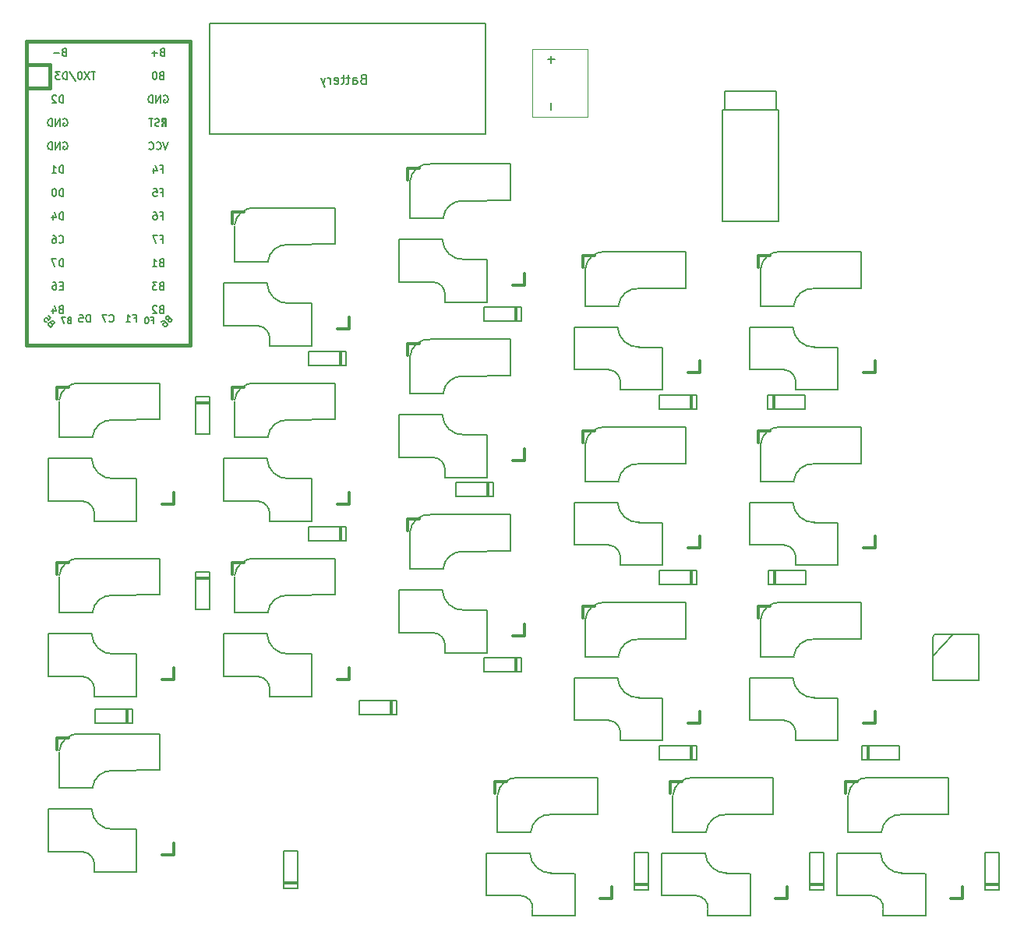
<source format=gbr>
%TF.GenerationSoftware,KiCad,Pcbnew,(5.1.6)-1*%
%TF.CreationDate,2021-05-04T17:20:08-05:00*%
%TF.ProjectId,FlatDox,466c6174-446f-4782-9e6b-696361645f70,rev?*%
%TF.SameCoordinates,Original*%
%TF.FileFunction,Legend,Bot*%
%TF.FilePolarity,Positive*%
%FSLAX46Y46*%
G04 Gerber Fmt 4.6, Leading zero omitted, Abs format (unit mm)*
G04 Created by KiCad (PCBNEW (5.1.6)-1) date 2021-05-04 17:20:08*
%MOMM*%
%LPD*%
G01*
G04 APERTURE LIST*
%ADD10C,0.150000*%
%ADD11C,0.300000*%
%ADD12C,0.100000*%
%ADD13C,0.381000*%
%ADD14C,0.120000*%
%ADD15C,0.200000*%
G04 APERTURE END LIST*
D10*
X92564320Y-55915560D02*
X92564320Y-43926760D01*
X122564320Y-55915560D02*
X122564320Y-43915560D01*
X92564320Y-55915560D02*
X122564320Y-55915560D01*
X122564320Y-43915560D02*
X92564320Y-43926760D01*
X109228948Y-49976731D02*
X109086091Y-50024350D01*
X109038472Y-50071969D01*
X108990853Y-50167207D01*
X108990853Y-50310064D01*
X109038472Y-50405302D01*
X109086091Y-50452921D01*
X109181329Y-50500540D01*
X109562281Y-50500540D01*
X109562281Y-49500540D01*
X109228948Y-49500540D01*
X109133710Y-49548160D01*
X109086091Y-49595779D01*
X109038472Y-49691017D01*
X109038472Y-49786255D01*
X109086091Y-49881493D01*
X109133710Y-49929112D01*
X109228948Y-49976731D01*
X109562281Y-49976731D01*
X108133710Y-50500540D02*
X108133710Y-49976731D01*
X108181329Y-49881493D01*
X108276567Y-49833874D01*
X108467043Y-49833874D01*
X108562281Y-49881493D01*
X108133710Y-50452921D02*
X108228948Y-50500540D01*
X108467043Y-50500540D01*
X108562281Y-50452921D01*
X108609900Y-50357683D01*
X108609900Y-50262445D01*
X108562281Y-50167207D01*
X108467043Y-50119588D01*
X108228948Y-50119588D01*
X108133710Y-50071969D01*
X107800377Y-49833874D02*
X107419424Y-49833874D01*
X107657520Y-49500540D02*
X107657520Y-50357683D01*
X107609900Y-50452921D01*
X107514662Y-50500540D01*
X107419424Y-50500540D01*
X107228948Y-49833874D02*
X106847996Y-49833874D01*
X107086091Y-49500540D02*
X107086091Y-50357683D01*
X107038472Y-50452921D01*
X106943234Y-50500540D01*
X106847996Y-50500540D01*
X106133710Y-50452921D02*
X106228948Y-50500540D01*
X106419424Y-50500540D01*
X106514662Y-50452921D01*
X106562281Y-50357683D01*
X106562281Y-49976731D01*
X106514662Y-49881493D01*
X106419424Y-49833874D01*
X106228948Y-49833874D01*
X106133710Y-49881493D01*
X106086091Y-49976731D01*
X106086091Y-50071969D01*
X106562281Y-50167207D01*
X105657520Y-50500540D02*
X105657520Y-49833874D01*
X105657520Y-50024350D02*
X105609900Y-49929112D01*
X105562281Y-49881493D01*
X105467043Y-49833874D01*
X105371805Y-49833874D01*
X105133710Y-49833874D02*
X104895615Y-50500540D01*
X104657520Y-49833874D02*
X104895615Y-50500540D01*
X104990853Y-50738636D01*
X105038472Y-50786255D01*
X105133710Y-50833874D01*
%TO.C,SW15*%
X152409970Y-112734710D02*
X156019970Y-112734710D01*
X152409970Y-108780710D02*
X152409970Y-112725710D01*
X163309970Y-106826710D02*
X154684970Y-106826710D01*
X163309970Y-110734710D02*
X163309970Y-106826710D01*
X163309970Y-110780710D02*
X158259970Y-110826710D01*
X160784970Y-121855710D02*
X156234970Y-121855710D01*
X160784970Y-117205710D02*
X158234970Y-117205710D01*
X155934970Y-115005710D02*
X151234970Y-115005710D01*
X155009970Y-119655710D02*
X151234970Y-119655710D01*
X160809970Y-117230709D02*
X160809970Y-121830710D01*
X151234970Y-115030710D02*
X151209971Y-119630710D01*
X156229970Y-121130710D02*
X156229970Y-121830710D01*
D11*
X152159970Y-107280710D02*
X153429970Y-107280710D01*
X152159970Y-108550710D02*
X152159970Y-107280710D01*
X163589970Y-119980710D02*
X164859970Y-119980710D01*
X164859970Y-119980710D02*
X164859970Y-118710710D01*
D10*
X152420970Y-108710710D02*
G75*
G02*
X154684970Y-106826710I2074000J-190000D01*
G01*
X156024971Y-112710709D02*
G75*
G02*
X158284970Y-110830710I2069999J-190000D01*
G01*
X155939970Y-115030710D02*
G75*
G03*
X158309970Y-117200710I2270000J100000D01*
G01*
X156229970Y-121080710D02*
G75*
G03*
X155009970Y-119660710I-1320000J100000D01*
G01*
%TO.C,SW9*%
X133359970Y-93684710D02*
X136969970Y-93684710D01*
X133359970Y-89730710D02*
X133359970Y-93675710D01*
X144259970Y-87776710D02*
X135634970Y-87776710D01*
X144259970Y-91684710D02*
X144259970Y-87776710D01*
X144259970Y-91730710D02*
X139209970Y-91776710D01*
X141734970Y-102805710D02*
X137184970Y-102805710D01*
X141734970Y-98155710D02*
X139184970Y-98155710D01*
X136884970Y-95955710D02*
X132184970Y-95955710D01*
X135959970Y-100605710D02*
X132184970Y-100605710D01*
X141759970Y-98180709D02*
X141759970Y-102780710D01*
X132184970Y-95980710D02*
X132159971Y-100580710D01*
X137179970Y-102080710D02*
X137179970Y-102780710D01*
D11*
X133109970Y-88230710D02*
X134379970Y-88230710D01*
X133109970Y-89500710D02*
X133109970Y-88230710D01*
X144539970Y-100930710D02*
X145809970Y-100930710D01*
X145809970Y-100930710D02*
X145809970Y-99660710D01*
D10*
X133370970Y-89660710D02*
G75*
G02*
X135634970Y-87776710I2074000J-190000D01*
G01*
X136974971Y-93660709D02*
G75*
G02*
X139234970Y-91780710I2069999J-190000D01*
G01*
X136889970Y-95980710D02*
G75*
G03*
X139259970Y-98150710I2270000J100000D01*
G01*
X137179970Y-102030710D02*
G75*
G03*
X135959970Y-100610710I-1320000J100000D01*
G01*
%TO.C,SW17*%
X123834970Y-131784710D02*
X127444970Y-131784710D01*
X123834970Y-127830710D02*
X123834970Y-131775710D01*
X134734970Y-125876710D02*
X126109970Y-125876710D01*
X134734970Y-129784710D02*
X134734970Y-125876710D01*
X134734970Y-129830710D02*
X129684970Y-129876710D01*
X132209970Y-140905710D02*
X127659970Y-140905710D01*
X132209970Y-136255710D02*
X129659970Y-136255710D01*
X127359970Y-134055710D02*
X122659970Y-134055710D01*
X126434970Y-138705710D02*
X122659970Y-138705710D01*
X132234970Y-136280709D02*
X132234970Y-140880710D01*
X122659970Y-134080710D02*
X122634971Y-138680710D01*
X127654970Y-140180710D02*
X127654970Y-140880710D01*
D11*
X123584970Y-126330710D02*
X124854970Y-126330710D01*
X123584970Y-127600710D02*
X123584970Y-126330710D01*
X135014970Y-139030710D02*
X136284970Y-139030710D01*
X136284970Y-139030710D02*
X136284970Y-137760710D01*
D10*
X123845970Y-127760710D02*
G75*
G02*
X126109970Y-125876710I2074000J-190000D01*
G01*
X127449971Y-131760709D02*
G75*
G02*
X129709970Y-129880710I2069999J-190000D01*
G01*
X127364970Y-134080710D02*
G75*
G03*
X129734970Y-136250710I2270000J100000D01*
G01*
X127654970Y-140130710D02*
G75*
G03*
X126434970Y-138710710I-1320000J100000D01*
G01*
%TO.C,SW8*%
X114309970Y-84159710D02*
X117919970Y-84159710D01*
X114309970Y-80205710D02*
X114309970Y-84150710D01*
X125209970Y-78251710D02*
X116584970Y-78251710D01*
X125209970Y-82159710D02*
X125209970Y-78251710D01*
X125209970Y-82205710D02*
X120159970Y-82251710D01*
X122684970Y-93280710D02*
X118134970Y-93280710D01*
X122684970Y-88630710D02*
X120134970Y-88630710D01*
X117834970Y-86430710D02*
X113134970Y-86430710D01*
X116909970Y-91080710D02*
X113134970Y-91080710D01*
X122709970Y-88655709D02*
X122709970Y-93255710D01*
X113134970Y-86455710D02*
X113109971Y-91055710D01*
X118129970Y-92555710D02*
X118129970Y-93255710D01*
D11*
X114059970Y-78705710D02*
X115329970Y-78705710D01*
X114059970Y-79975710D02*
X114059970Y-78705710D01*
X125489970Y-91405710D02*
X126759970Y-91405710D01*
X126759970Y-91405710D02*
X126759970Y-90135710D01*
D10*
X114320970Y-80135710D02*
G75*
G02*
X116584970Y-78251710I2074000J-190000D01*
G01*
X117924971Y-84135709D02*
G75*
G02*
X120184970Y-82255710I2069999J-190000D01*
G01*
X117839970Y-86455710D02*
G75*
G03*
X120209970Y-88625710I2270000J100000D01*
G01*
X118129970Y-92505710D02*
G75*
G03*
X116909970Y-91085710I-1320000J100000D01*
G01*
%TO.C,SW4*%
X133359970Y-74634710D02*
X136969970Y-74634710D01*
X133359970Y-70680710D02*
X133359970Y-74625710D01*
X144259970Y-68726710D02*
X135634970Y-68726710D01*
X144259970Y-72634710D02*
X144259970Y-68726710D01*
X144259970Y-72680710D02*
X139209970Y-72726710D01*
X141734970Y-83755710D02*
X137184970Y-83755710D01*
X141734970Y-79105710D02*
X139184970Y-79105710D01*
X136884970Y-76905710D02*
X132184970Y-76905710D01*
X135959970Y-81555710D02*
X132184970Y-81555710D01*
X141759970Y-79130709D02*
X141759970Y-83730710D01*
X132184970Y-76930710D02*
X132159971Y-81530710D01*
X137179970Y-83030710D02*
X137179970Y-83730710D01*
D11*
X133109970Y-69180710D02*
X134379970Y-69180710D01*
X133109970Y-70450710D02*
X133109970Y-69180710D01*
X144539970Y-81880710D02*
X145809970Y-81880710D01*
X145809970Y-81880710D02*
X145809970Y-80610710D01*
D10*
X133370970Y-70610710D02*
G75*
G02*
X135634970Y-68726710I2074000J-190000D01*
G01*
X136974971Y-74610709D02*
G75*
G02*
X139234970Y-72730710I2069999J-190000D01*
G01*
X136889970Y-76930710D02*
G75*
G03*
X139259970Y-79100710I2270000J100000D01*
G01*
X137179970Y-82980710D02*
G75*
G03*
X135959970Y-81560710I-1320000J100000D01*
G01*
%TO.C,SW18*%
X142884970Y-131784710D02*
X146494970Y-131784710D01*
X142884970Y-127830710D02*
X142884970Y-131775710D01*
X153784970Y-125876710D02*
X145159970Y-125876710D01*
X153784970Y-129784710D02*
X153784970Y-125876710D01*
X153784970Y-129830710D02*
X148734970Y-129876710D01*
X151259970Y-140905710D02*
X146709970Y-140905710D01*
X151259970Y-136255710D02*
X148709970Y-136255710D01*
X146409970Y-134055710D02*
X141709970Y-134055710D01*
X145484970Y-138705710D02*
X141709970Y-138705710D01*
X151284970Y-136280709D02*
X151284970Y-140880710D01*
X141709970Y-134080710D02*
X141684971Y-138680710D01*
X146704970Y-140180710D02*
X146704970Y-140880710D01*
D11*
X142634970Y-126330710D02*
X143904970Y-126330710D01*
X142634970Y-127600710D02*
X142634970Y-126330710D01*
X154064970Y-139030710D02*
X155334970Y-139030710D01*
X155334970Y-139030710D02*
X155334970Y-137760710D01*
D10*
X142895970Y-127760710D02*
G75*
G02*
X145159970Y-125876710I2074000J-190000D01*
G01*
X146499971Y-131760709D02*
G75*
G02*
X148759970Y-129880710I2069999J-190000D01*
G01*
X146414970Y-134080710D02*
G75*
G03*
X148784970Y-136250710I2270000J100000D01*
G01*
X146704970Y-140130710D02*
G75*
G03*
X145484970Y-138710710I-1320000J100000D01*
G01*
%TO.C,SW5*%
X152409970Y-74634710D02*
X156019970Y-74634710D01*
X152409970Y-70680710D02*
X152409970Y-74625710D01*
X163309970Y-68726710D02*
X154684970Y-68726710D01*
X163309970Y-72634710D02*
X163309970Y-68726710D01*
X163309970Y-72680710D02*
X158259970Y-72726710D01*
X160784970Y-83755710D02*
X156234970Y-83755710D01*
X160784970Y-79105710D02*
X158234970Y-79105710D01*
X155934970Y-76905710D02*
X151234970Y-76905710D01*
X155009970Y-81555710D02*
X151234970Y-81555710D01*
X160809970Y-79130709D02*
X160809970Y-83730710D01*
X151234970Y-76930710D02*
X151209971Y-81530710D01*
X156229970Y-83030710D02*
X156229970Y-83730710D01*
D11*
X152159970Y-69180710D02*
X153429970Y-69180710D01*
X152159970Y-70450710D02*
X152159970Y-69180710D01*
X163589970Y-81880710D02*
X164859970Y-81880710D01*
X164859970Y-81880710D02*
X164859970Y-80610710D01*
D10*
X152420970Y-70610710D02*
G75*
G02*
X154684970Y-68726710I2074000J-190000D01*
G01*
X156024971Y-74610709D02*
G75*
G02*
X158284970Y-72730710I2069999J-190000D01*
G01*
X155939970Y-76930710D02*
G75*
G03*
X158309970Y-79100710I2270000J100000D01*
G01*
X156229970Y-82980710D02*
G75*
G03*
X155009970Y-81560710I-1320000J100000D01*
G01*
%TO.C,SW12*%
X95259970Y-107972210D02*
X98869970Y-107972210D01*
X95259970Y-104018210D02*
X95259970Y-107963210D01*
X106159970Y-102064210D02*
X97534970Y-102064210D01*
X106159970Y-105972210D02*
X106159970Y-102064210D01*
X106159970Y-106018210D02*
X101109970Y-106064210D01*
X103634970Y-117093210D02*
X99084970Y-117093210D01*
X103634970Y-112443210D02*
X101084970Y-112443210D01*
X98784970Y-110243210D02*
X94084970Y-110243210D01*
X97859970Y-114893210D02*
X94084970Y-114893210D01*
X103659970Y-112468209D02*
X103659970Y-117068210D01*
X94084970Y-110268210D02*
X94059971Y-114868210D01*
X99079970Y-116368210D02*
X99079970Y-117068210D01*
D11*
X95009970Y-102518210D02*
X96279970Y-102518210D01*
X95009970Y-103788210D02*
X95009970Y-102518210D01*
X106439970Y-115218210D02*
X107709970Y-115218210D01*
X107709970Y-115218210D02*
X107709970Y-113948210D01*
D10*
X95270970Y-103948210D02*
G75*
G02*
X97534970Y-102064210I2074000J-190000D01*
G01*
X98874971Y-107948209D02*
G75*
G02*
X101134970Y-106068210I2069999J-190000D01*
G01*
X98789970Y-110268210D02*
G75*
G03*
X101159970Y-112438210I2270000J100000D01*
G01*
X99079970Y-116318210D02*
G75*
G03*
X97859970Y-114898210I-1320000J100000D01*
G01*
%TO.C,SW14*%
X133359970Y-112734710D02*
X136969970Y-112734710D01*
X133359970Y-108780710D02*
X133359970Y-112725710D01*
X144259970Y-106826710D02*
X135634970Y-106826710D01*
X144259970Y-110734710D02*
X144259970Y-106826710D01*
X144259970Y-110780710D02*
X139209970Y-110826710D01*
X141734970Y-121855710D02*
X137184970Y-121855710D01*
X141734970Y-117205710D02*
X139184970Y-117205710D01*
X136884970Y-115005710D02*
X132184970Y-115005710D01*
X135959970Y-119655710D02*
X132184970Y-119655710D01*
X141759970Y-117230709D02*
X141759970Y-121830710D01*
X132184970Y-115030710D02*
X132159971Y-119630710D01*
X137179970Y-121130710D02*
X137179970Y-121830710D01*
D11*
X133109970Y-107280710D02*
X134379970Y-107280710D01*
X133109970Y-108550710D02*
X133109970Y-107280710D01*
X144539970Y-119980710D02*
X145809970Y-119980710D01*
X145809970Y-119980710D02*
X145809970Y-118710710D01*
D10*
X133370970Y-108710710D02*
G75*
G02*
X135634970Y-106826710I2074000J-190000D01*
G01*
X136974971Y-112710709D02*
G75*
G02*
X139234970Y-110830710I2069999J-190000D01*
G01*
X136889970Y-115030710D02*
G75*
G03*
X139259970Y-117200710I2270000J100000D01*
G01*
X137179970Y-121080710D02*
G75*
G03*
X135959970Y-119660710I-1320000J100000D01*
G01*
%TO.C,SW6*%
X76209970Y-107972210D02*
X79819970Y-107972210D01*
X76209970Y-104018210D02*
X76209970Y-107963210D01*
X87109970Y-102064210D02*
X78484970Y-102064210D01*
X87109970Y-105972210D02*
X87109970Y-102064210D01*
X87109970Y-106018210D02*
X82059970Y-106064210D01*
X84584970Y-117093210D02*
X80034970Y-117093210D01*
X84584970Y-112443210D02*
X82034970Y-112443210D01*
X79734970Y-110243210D02*
X75034970Y-110243210D01*
X78809970Y-114893210D02*
X75034970Y-114893210D01*
X84609970Y-112468209D02*
X84609970Y-117068210D01*
X75034970Y-110268210D02*
X75009971Y-114868210D01*
X80029970Y-116368210D02*
X80029970Y-117068210D01*
D11*
X75959970Y-102518210D02*
X77229970Y-102518210D01*
X75959970Y-103788210D02*
X75959970Y-102518210D01*
X87389970Y-115218210D02*
X88659970Y-115218210D01*
X88659970Y-115218210D02*
X88659970Y-113948210D01*
D10*
X76220970Y-103948210D02*
G75*
G02*
X78484970Y-102064210I2074000J-190000D01*
G01*
X79824971Y-107948209D02*
G75*
G02*
X82084970Y-106068210I2069999J-190000D01*
G01*
X79739970Y-110268210D02*
G75*
G03*
X82109970Y-112438210I2270000J100000D01*
G01*
X80029970Y-116318210D02*
G75*
G03*
X78809970Y-114898210I-1320000J100000D01*
G01*
%TO.C,SW13*%
X114309970Y-103209710D02*
X117919970Y-103209710D01*
X114309970Y-99255710D02*
X114309970Y-103200710D01*
X125209970Y-97301710D02*
X116584970Y-97301710D01*
X125209970Y-101209710D02*
X125209970Y-97301710D01*
X125209970Y-101255710D02*
X120159970Y-101301710D01*
X122684970Y-112330710D02*
X118134970Y-112330710D01*
X122684970Y-107680710D02*
X120134970Y-107680710D01*
X117834970Y-105480710D02*
X113134970Y-105480710D01*
X116909970Y-110130710D02*
X113134970Y-110130710D01*
X122709970Y-107705709D02*
X122709970Y-112305710D01*
X113134970Y-105505710D02*
X113109971Y-110105710D01*
X118129970Y-111605710D02*
X118129970Y-112305710D01*
D11*
X114059970Y-97755710D02*
X115329970Y-97755710D01*
X114059970Y-99025710D02*
X114059970Y-97755710D01*
X125489970Y-110455710D02*
X126759970Y-110455710D01*
X126759970Y-110455710D02*
X126759970Y-109185710D01*
D10*
X114320970Y-99185710D02*
G75*
G02*
X116584970Y-97301710I2074000J-190000D01*
G01*
X117924971Y-103185709D02*
G75*
G02*
X120184970Y-101305710I2069999J-190000D01*
G01*
X117839970Y-105505710D02*
G75*
G03*
X120209970Y-107675710I2270000J100000D01*
G01*
X118129970Y-111555710D02*
G75*
G03*
X116909970Y-110135710I-1320000J100000D01*
G01*
%TO.C,SW11*%
X76209970Y-127022210D02*
X79819970Y-127022210D01*
X76209970Y-123068210D02*
X76209970Y-127013210D01*
X87109970Y-121114210D02*
X78484970Y-121114210D01*
X87109970Y-125022210D02*
X87109970Y-121114210D01*
X87109970Y-125068210D02*
X82059970Y-125114210D01*
X84584970Y-136143210D02*
X80034970Y-136143210D01*
X84584970Y-131493210D02*
X82034970Y-131493210D01*
X79734970Y-129293210D02*
X75034970Y-129293210D01*
X78809970Y-133943210D02*
X75034970Y-133943210D01*
X84609970Y-131518209D02*
X84609970Y-136118210D01*
X75034970Y-129318210D02*
X75009971Y-133918210D01*
X80029970Y-135418210D02*
X80029970Y-136118210D01*
D11*
X75959970Y-121568210D02*
X77229970Y-121568210D01*
X75959970Y-122838210D02*
X75959970Y-121568210D01*
X87389970Y-134268210D02*
X88659970Y-134268210D01*
X88659970Y-134268210D02*
X88659970Y-132998210D01*
D10*
X76220970Y-122998210D02*
G75*
G02*
X78484970Y-121114210I2074000J-190000D01*
G01*
X79824971Y-126998209D02*
G75*
G02*
X82084970Y-125118210I2069999J-190000D01*
G01*
X79739970Y-129318210D02*
G75*
G03*
X82109970Y-131488210I2270000J100000D01*
G01*
X80029970Y-135368210D02*
G75*
G03*
X78809970Y-133948210I-1320000J100000D01*
G01*
%TO.C,SW2*%
X95259970Y-69872210D02*
X98869970Y-69872210D01*
X95259970Y-65918210D02*
X95259970Y-69863210D01*
X106159970Y-63964210D02*
X97534970Y-63964210D01*
X106159970Y-67872210D02*
X106159970Y-63964210D01*
X106159970Y-67918210D02*
X101109970Y-67964210D01*
X103634970Y-78993210D02*
X99084970Y-78993210D01*
X103634970Y-74343210D02*
X101084970Y-74343210D01*
X98784970Y-72143210D02*
X94084970Y-72143210D01*
X97859970Y-76793210D02*
X94084970Y-76793210D01*
X103659970Y-74368209D02*
X103659970Y-78968210D01*
X94084970Y-72168210D02*
X94059971Y-76768210D01*
X99079970Y-78268210D02*
X99079970Y-78968210D01*
D11*
X95009970Y-64418210D02*
X96279970Y-64418210D01*
X95009970Y-65688210D02*
X95009970Y-64418210D01*
X106439970Y-77118210D02*
X107709970Y-77118210D01*
X107709970Y-77118210D02*
X107709970Y-75848210D01*
D10*
X95270970Y-65848210D02*
G75*
G02*
X97534970Y-63964210I2074000J-190000D01*
G01*
X98874971Y-69848209D02*
G75*
G02*
X101134970Y-67968210I2069999J-190000D01*
G01*
X98789970Y-72168210D02*
G75*
G03*
X101159970Y-74338210I2270000J100000D01*
G01*
X99079970Y-78218210D02*
G75*
G03*
X97859970Y-76798210I-1320000J100000D01*
G01*
%TO.C,D18*%
X159271970Y-138046460D02*
X157747970Y-138046460D01*
X159271970Y-133982460D02*
X159271970Y-138046460D01*
D12*
G36*
X157747970Y-137284460D02*
G01*
X159271970Y-137284460D01*
X159271970Y-137538460D01*
X157747970Y-137538460D01*
X157747970Y-137284460D01*
G37*
X157747970Y-137284460D02*
X159271970Y-137284460D01*
X159271970Y-137538460D01*
X157747970Y-137538460D01*
X157747970Y-137284460D01*
D10*
X157747970Y-138046460D02*
X157747970Y-133982460D01*
X157747970Y-133982460D02*
X159271970Y-133982460D01*
D13*
%TO.C,U1*%
X75166220Y-50924460D02*
X72626220Y-50924460D01*
X75166220Y-48384460D02*
X75166220Y-50924460D01*
D10*
G36*
X87560855Y-54673490D02*
G01*
X87560855Y-54773490D01*
X87660855Y-54773490D01*
X87660855Y-54673490D01*
X87560855Y-54673490D01*
G37*
X87560855Y-54673490D02*
X87560855Y-54773490D01*
X87660855Y-54773490D01*
X87660855Y-54673490D01*
X87560855Y-54673490D01*
G36*
X87760855Y-54273490D02*
G01*
X87760855Y-55073490D01*
X87860855Y-55073490D01*
X87860855Y-54273490D01*
X87760855Y-54273490D01*
G37*
X87760855Y-54273490D02*
X87760855Y-55073490D01*
X87860855Y-55073490D01*
X87860855Y-54273490D01*
X87760855Y-54273490D01*
G36*
X87360855Y-54873490D02*
G01*
X87360855Y-55073490D01*
X87460855Y-55073490D01*
X87460855Y-54873490D01*
X87360855Y-54873490D01*
G37*
X87360855Y-54873490D02*
X87360855Y-55073490D01*
X87460855Y-55073490D01*
X87460855Y-54873490D01*
X87360855Y-54873490D01*
G36*
X87360855Y-54273490D02*
G01*
X87360855Y-54573490D01*
X87460855Y-54573490D01*
X87460855Y-54273490D01*
X87360855Y-54273490D01*
G37*
X87360855Y-54273490D02*
X87360855Y-54573490D01*
X87460855Y-54573490D01*
X87460855Y-54273490D01*
X87360855Y-54273490D01*
G36*
X87360855Y-54273490D02*
G01*
X87360855Y-54373490D01*
X87860855Y-54373490D01*
X87860855Y-54273490D01*
X87360855Y-54273490D01*
G37*
X87360855Y-54273490D02*
X87360855Y-54373490D01*
X87860855Y-54373490D01*
X87860855Y-54273490D01*
X87360855Y-54273490D01*
D13*
X90406220Y-78864460D02*
X90406220Y-45844460D01*
X72626220Y-78864460D02*
X90406220Y-78864460D01*
X72626220Y-45844460D02*
X72626220Y-78864460D01*
X90406220Y-45844460D02*
X72626220Y-45844460D01*
X75166220Y-48384460D02*
X72626220Y-48384460D01*
D10*
%TO.C,D2*%
X107360720Y-79531210D02*
X107360720Y-81055210D01*
X103296720Y-79531210D02*
X107360720Y-79531210D01*
D12*
G36*
X106598720Y-81055210D02*
G01*
X106598720Y-79531210D01*
X106852720Y-79531210D01*
X106852720Y-81055210D01*
X106598720Y-81055210D01*
G37*
X106598720Y-81055210D02*
X106598720Y-79531210D01*
X106852720Y-79531210D01*
X106852720Y-81055210D01*
X106598720Y-81055210D01*
D10*
X107360720Y-81055210D02*
X103296720Y-81055210D01*
X103296720Y-81055210D02*
X103296720Y-79531210D01*
%TO.C,D15*%
X163462970Y-123917710D02*
X163462970Y-122393710D01*
X167526970Y-123917710D02*
X163462970Y-123917710D01*
D12*
G36*
X164224970Y-122393710D02*
G01*
X164224970Y-123917710D01*
X163970970Y-123917710D01*
X163970970Y-122393710D01*
X164224970Y-122393710D01*
G37*
X164224970Y-122393710D02*
X164224970Y-123917710D01*
X163970970Y-123917710D01*
X163970970Y-122393710D01*
X164224970Y-122393710D01*
D10*
X163462970Y-122393710D02*
X167526970Y-122393710D01*
X167526970Y-122393710D02*
X167526970Y-123917710D01*
%TO.C,SW3*%
X114309970Y-65109710D02*
X117919970Y-65109710D01*
X114309970Y-61155710D02*
X114309970Y-65100710D01*
X125209970Y-59201710D02*
X116584970Y-59201710D01*
X125209970Y-63109710D02*
X125209970Y-59201710D01*
X125209970Y-63155710D02*
X120159970Y-63201710D01*
X122684970Y-74230710D02*
X118134970Y-74230710D01*
X122684970Y-69580710D02*
X120134970Y-69580710D01*
X117834970Y-67380710D02*
X113134970Y-67380710D01*
X116909970Y-72030710D02*
X113134970Y-72030710D01*
X122709970Y-69605709D02*
X122709970Y-74205710D01*
X113134970Y-67405710D02*
X113109971Y-72005710D01*
X118129970Y-73505710D02*
X118129970Y-74205710D01*
D11*
X114059970Y-59655710D02*
X115329970Y-59655710D01*
X114059970Y-60925710D02*
X114059970Y-59655710D01*
X125489970Y-72355710D02*
X126759970Y-72355710D01*
X126759970Y-72355710D02*
X126759970Y-71085710D01*
D10*
X114320970Y-61085710D02*
G75*
G02*
X116584970Y-59201710I2074000J-190000D01*
G01*
X117924971Y-65085709D02*
G75*
G02*
X120184970Y-63205710I2069999J-190000D01*
G01*
X117839970Y-67405710D02*
G75*
G03*
X120209970Y-69575710I2270000J100000D01*
G01*
X118129970Y-73455710D02*
G75*
G03*
X116909970Y-72035710I-1320000J100000D01*
G01*
%TO.C,SW10*%
X152409970Y-93684710D02*
X156019970Y-93684710D01*
X152409970Y-89730710D02*
X152409970Y-93675710D01*
X163309970Y-87776710D02*
X154684970Y-87776710D01*
X163309970Y-91684710D02*
X163309970Y-87776710D01*
X163309970Y-91730710D02*
X158259970Y-91776710D01*
X160784970Y-102805710D02*
X156234970Y-102805710D01*
X160784970Y-98155710D02*
X158234970Y-98155710D01*
X155934970Y-95955710D02*
X151234970Y-95955710D01*
X155009970Y-100605710D02*
X151234970Y-100605710D01*
X160809970Y-98180709D02*
X160809970Y-102780710D01*
X151234970Y-95980710D02*
X151209971Y-100580710D01*
X156229970Y-102080710D02*
X156229970Y-102780710D01*
D11*
X152159970Y-88230710D02*
X153429970Y-88230710D01*
X152159970Y-89500710D02*
X152159970Y-88230710D01*
X163589970Y-100930710D02*
X164859970Y-100930710D01*
X164859970Y-100930710D02*
X164859970Y-99660710D01*
D10*
X152420970Y-89660710D02*
G75*
G02*
X154684970Y-87776710I2074000J-190000D01*
G01*
X156024971Y-93660709D02*
G75*
G02*
X158284970Y-91780710I2069999J-190000D01*
G01*
X155939970Y-95980710D02*
G75*
G03*
X158309970Y-98150710I2270000J100000D01*
G01*
X156229970Y-102030710D02*
G75*
G03*
X155009970Y-100610710I-1320000J100000D01*
G01*
%TO.C,SW7*%
X95259970Y-88922210D02*
X98869970Y-88922210D01*
X95259970Y-84968210D02*
X95259970Y-88913210D01*
X106159970Y-83014210D02*
X97534970Y-83014210D01*
X106159970Y-86922210D02*
X106159970Y-83014210D01*
X106159970Y-86968210D02*
X101109970Y-87014210D01*
X103634970Y-98043210D02*
X99084970Y-98043210D01*
X103634970Y-93393210D02*
X101084970Y-93393210D01*
X98784970Y-91193210D02*
X94084970Y-91193210D01*
X97859970Y-95843210D02*
X94084970Y-95843210D01*
X103659970Y-93418209D02*
X103659970Y-98018210D01*
X94084970Y-91218210D02*
X94059971Y-95818210D01*
X99079970Y-97318210D02*
X99079970Y-98018210D01*
D11*
X95009970Y-83468210D02*
X96279970Y-83468210D01*
X95009970Y-84738210D02*
X95009970Y-83468210D01*
X106439970Y-96168210D02*
X107709970Y-96168210D01*
X107709970Y-96168210D02*
X107709970Y-94898210D01*
D10*
X95270970Y-84898210D02*
G75*
G02*
X97534970Y-83014210I2074000J-190000D01*
G01*
X98874971Y-88898209D02*
G75*
G02*
X101134970Y-87018210I2069999J-190000D01*
G01*
X98789970Y-91218210D02*
G75*
G03*
X101159970Y-93388210I2270000J100000D01*
G01*
X99079970Y-97268210D02*
G75*
G03*
X97859970Y-95848210I-1320000J100000D01*
G01*
%TO.C,SW19*%
X161934970Y-131784710D02*
X165544970Y-131784710D01*
X161934970Y-127830710D02*
X161934970Y-131775710D01*
X172834970Y-125876710D02*
X164209970Y-125876710D01*
X172834970Y-129784710D02*
X172834970Y-125876710D01*
X172834970Y-129830710D02*
X167784970Y-129876710D01*
X170309970Y-140905710D02*
X165759970Y-140905710D01*
X170309970Y-136255710D02*
X167759970Y-136255710D01*
X165459970Y-134055710D02*
X160759970Y-134055710D01*
X164534970Y-138705710D02*
X160759970Y-138705710D01*
X170334970Y-136280709D02*
X170334970Y-140880710D01*
X160759970Y-134080710D02*
X160734971Y-138680710D01*
X165754970Y-140180710D02*
X165754970Y-140880710D01*
D11*
X161684970Y-126330710D02*
X162954970Y-126330710D01*
X161684970Y-127600710D02*
X161684970Y-126330710D01*
X173114970Y-139030710D02*
X174384970Y-139030710D01*
X174384970Y-139030710D02*
X174384970Y-137760710D01*
D10*
X161945970Y-127760710D02*
G75*
G02*
X164209970Y-125876710I2074000J-190000D01*
G01*
X165549971Y-131760709D02*
G75*
G02*
X167809970Y-129880710I2069999J-190000D01*
G01*
X165464970Y-134080710D02*
G75*
G03*
X167834970Y-136250710I2270000J100000D01*
G01*
X165754970Y-140130710D02*
G75*
G03*
X164534970Y-138710710I-1320000J100000D01*
G01*
%TO.C,D13*%
X126410720Y-112868710D02*
X126410720Y-114392710D01*
X122346720Y-112868710D02*
X126410720Y-112868710D01*
D12*
G36*
X125648720Y-114392710D02*
G01*
X125648720Y-112868710D01*
X125902720Y-112868710D01*
X125902720Y-114392710D01*
X125648720Y-114392710D01*
G37*
X125648720Y-114392710D02*
X125648720Y-112868710D01*
X125902720Y-112868710D01*
X125902720Y-114392710D01*
X125648720Y-114392710D01*
D10*
X126410720Y-114392710D02*
X122346720Y-114392710D01*
X122346720Y-114392710D02*
X122346720Y-112868710D01*
%TO.C,D1*%
X91072970Y-84452460D02*
X92596970Y-84452460D01*
X91072970Y-88516460D02*
X91072970Y-84452460D01*
D12*
G36*
X92596970Y-85214460D02*
G01*
X91072970Y-85214460D01*
X91072970Y-84960460D01*
X92596970Y-84960460D01*
X92596970Y-85214460D01*
G37*
X92596970Y-85214460D02*
X91072970Y-85214460D01*
X91072970Y-84960460D01*
X92596970Y-84960460D01*
X92596970Y-85214460D01*
D10*
X92596970Y-84452460D02*
X92596970Y-88516460D01*
X92596970Y-88516460D02*
X91072970Y-88516460D01*
%TO.C,D8*%
X123394470Y-93818710D02*
X123394470Y-95342710D01*
X119330470Y-93818710D02*
X123394470Y-93818710D01*
D12*
G36*
X122632470Y-95342710D02*
G01*
X122632470Y-93818710D01*
X122886470Y-93818710D01*
X122886470Y-95342710D01*
X122632470Y-95342710D01*
G37*
X122632470Y-95342710D02*
X122632470Y-93818710D01*
X122886470Y-93818710D01*
X122886470Y-95342710D01*
X122632470Y-95342710D01*
D10*
X123394470Y-95342710D02*
X119330470Y-95342710D01*
X119330470Y-95342710D02*
X119330470Y-93818710D01*
%TO.C,PJ1*%
X154084970Y-53305710D02*
X154084970Y-51305710D01*
X148484970Y-51305710D02*
X154084970Y-51305710D01*
X148484970Y-53305710D02*
X148484970Y-51305710D01*
X148234970Y-65405710D02*
X154334970Y-65405710D01*
X154334970Y-53305710D02*
X154334970Y-65405710D01*
X148234970Y-53305710D02*
X154334970Y-53305710D01*
X148234970Y-53305710D02*
X148234970Y-65405710D01*
%TO.C,D3*%
X126410720Y-74768710D02*
X126410720Y-76292710D01*
X122346720Y-74768710D02*
X126410720Y-74768710D01*
D12*
G36*
X125648720Y-76292710D02*
G01*
X125648720Y-74768710D01*
X125902720Y-74768710D01*
X125902720Y-76292710D01*
X125648720Y-76292710D01*
G37*
X125648720Y-76292710D02*
X125648720Y-74768710D01*
X125902720Y-74768710D01*
X125902720Y-76292710D01*
X125648720Y-76292710D01*
D10*
X126410720Y-76292710D02*
X122346720Y-76292710D01*
X122346720Y-76292710D02*
X122346720Y-74768710D01*
%TO.C,D14*%
X145460720Y-122393710D02*
X145460720Y-123917710D01*
X141396720Y-122393710D02*
X145460720Y-122393710D01*
D12*
G36*
X144698720Y-123917710D02*
G01*
X144698720Y-122393710D01*
X144952720Y-122393710D01*
X144952720Y-123917710D01*
X144698720Y-123917710D01*
G37*
X144698720Y-123917710D02*
X144698720Y-122393710D01*
X144952720Y-122393710D01*
X144952720Y-123917710D01*
X144698720Y-123917710D01*
D10*
X145460720Y-123917710D02*
X141396720Y-123917710D01*
X141396720Y-123917710D02*
X141396720Y-122393710D01*
%TO.C,D19*%
X178321970Y-138046460D02*
X176797970Y-138046460D01*
X178321970Y-133982460D02*
X178321970Y-138046460D01*
D12*
G36*
X176797970Y-137284460D02*
G01*
X178321970Y-137284460D01*
X178321970Y-137538460D01*
X176797970Y-137538460D01*
X176797970Y-137284460D01*
G37*
X176797970Y-137284460D02*
X178321970Y-137284460D01*
X178321970Y-137538460D01*
X176797970Y-137538460D01*
X176797970Y-137284460D01*
D10*
X176797970Y-138046460D02*
X176797970Y-133982460D01*
X176797970Y-133982460D02*
X178321970Y-133982460D01*
%TO.C,D4*%
X145460720Y-84293710D02*
X145460720Y-85817710D01*
X141396720Y-84293710D02*
X145460720Y-84293710D01*
D12*
G36*
X144698720Y-85817710D02*
G01*
X144698720Y-84293710D01*
X144952720Y-84293710D01*
X144952720Y-85817710D01*
X144698720Y-85817710D01*
G37*
X144698720Y-85817710D02*
X144698720Y-84293710D01*
X144952720Y-84293710D01*
X144952720Y-85817710D01*
X144698720Y-85817710D01*
D10*
X145460720Y-85817710D02*
X141396720Y-85817710D01*
X141396720Y-85817710D02*
X141396720Y-84293710D01*
%TO.C,D5*%
X153144220Y-85817710D02*
X153144220Y-84293710D01*
X157208220Y-85817710D02*
X153144220Y-85817710D01*
D12*
G36*
X153906220Y-84293710D02*
G01*
X153906220Y-85817710D01*
X153652220Y-85817710D01*
X153652220Y-84293710D01*
X153906220Y-84293710D01*
G37*
X153906220Y-84293710D02*
X153906220Y-85817710D01*
X153652220Y-85817710D01*
X153652220Y-84293710D01*
X153906220Y-84293710D01*
D10*
X153144220Y-84293710D02*
X157208220Y-84293710D01*
X157208220Y-84293710D02*
X157208220Y-85817710D01*
%TO.C,D6*%
X91072970Y-103502460D02*
X92596970Y-103502460D01*
X91072970Y-107566460D02*
X91072970Y-103502460D01*
D12*
G36*
X92596970Y-104264460D02*
G01*
X91072970Y-104264460D01*
X91072970Y-104010460D01*
X92596970Y-104010460D01*
X92596970Y-104264460D01*
G37*
X92596970Y-104264460D02*
X91072970Y-104264460D01*
X91072970Y-104010460D01*
X92596970Y-104010460D01*
X92596970Y-104264460D01*
D10*
X92596970Y-103502460D02*
X92596970Y-107566460D01*
X92596970Y-107566460D02*
X91072970Y-107566460D01*
%TO.C,D16*%
X102121970Y-137887710D02*
X100597970Y-137887710D01*
X102121970Y-133823710D02*
X102121970Y-137887710D01*
D12*
G36*
X100597970Y-137125710D02*
G01*
X102121970Y-137125710D01*
X102121970Y-137379710D01*
X100597970Y-137379710D01*
X100597970Y-137125710D01*
G37*
X100597970Y-137125710D02*
X102121970Y-137125710D01*
X102121970Y-137379710D01*
X100597970Y-137379710D01*
X100597970Y-137125710D01*
D10*
X100597970Y-137887710D02*
X100597970Y-133823710D01*
X100597970Y-133823710D02*
X102121970Y-133823710D01*
%TO.C,D12*%
X112872520Y-117535960D02*
X112872520Y-119059960D01*
X108808520Y-117535960D02*
X112872520Y-117535960D01*
D12*
G36*
X112110520Y-119059960D02*
G01*
X112110520Y-117535960D01*
X112364520Y-117535960D01*
X112364520Y-119059960D01*
X112110520Y-119059960D01*
G37*
X112110520Y-119059960D02*
X112110520Y-117535960D01*
X112364520Y-117535960D01*
X112364520Y-119059960D01*
X112110520Y-119059960D01*
D10*
X112872520Y-119059960D02*
X108808520Y-119059960D01*
X108808520Y-119059960D02*
X108808520Y-117535960D01*
%TO.C,D10*%
X153302970Y-104867710D02*
X153302970Y-103343710D01*
X157366970Y-104867710D02*
X153302970Y-104867710D01*
D12*
G36*
X154064970Y-103343710D02*
G01*
X154064970Y-104867710D01*
X153810970Y-104867710D01*
X153810970Y-103343710D01*
X154064970Y-103343710D01*
G37*
X154064970Y-103343710D02*
X154064970Y-104867710D01*
X153810970Y-104867710D01*
X153810970Y-103343710D01*
X154064970Y-103343710D01*
D10*
X153302970Y-103343710D02*
X157366970Y-103343710D01*
X157366970Y-103343710D02*
X157366970Y-104867710D01*
%TO.C,D17*%
X140221970Y-138046460D02*
X138697970Y-138046460D01*
X140221970Y-133982460D02*
X140221970Y-138046460D01*
D12*
G36*
X138697970Y-137284460D02*
G01*
X140221970Y-137284460D01*
X140221970Y-137538460D01*
X138697970Y-137538460D01*
X138697970Y-137284460D01*
G37*
X138697970Y-137284460D02*
X140221970Y-137284460D01*
X140221970Y-137538460D01*
X138697970Y-137538460D01*
X138697970Y-137284460D01*
D10*
X138697970Y-138046460D02*
X138697970Y-133982460D01*
X138697970Y-133982460D02*
X140221970Y-133982460D01*
%TO.C,D7*%
X107360720Y-98581210D02*
X107360720Y-100105210D01*
X103296720Y-98581210D02*
X107360720Y-98581210D01*
D12*
G36*
X106598720Y-100105210D02*
G01*
X106598720Y-98581210D01*
X106852720Y-98581210D01*
X106852720Y-100105210D01*
X106598720Y-100105210D01*
G37*
X106598720Y-100105210D02*
X106598720Y-98581210D01*
X106852720Y-98581210D01*
X106852720Y-100105210D01*
X106598720Y-100105210D01*
D10*
X107360720Y-100105210D02*
X103296720Y-100105210D01*
X103296720Y-100105210D02*
X103296720Y-98581210D01*
%TO.C,D9*%
X145460720Y-103343710D02*
X145460720Y-104867710D01*
X141396720Y-103343710D02*
X145460720Y-103343710D01*
D12*
G36*
X144698720Y-104867710D02*
G01*
X144698720Y-103343710D01*
X144952720Y-103343710D01*
X144952720Y-104867710D01*
X144698720Y-104867710D01*
G37*
X144698720Y-104867710D02*
X144698720Y-103343710D01*
X144952720Y-103343710D01*
X144952720Y-104867710D01*
X144698720Y-104867710D01*
D10*
X145460720Y-104867710D02*
X141396720Y-104867710D01*
X141396720Y-104867710D02*
X141396720Y-103343710D01*
D14*
%TO.C,C1*%
X127611120Y-54053360D02*
X127611120Y-46703360D01*
X127611120Y-46703360D02*
X133611120Y-46703360D01*
X133611120Y-54053360D02*
X133611120Y-46703360D01*
X127611120Y-54053360D02*
X133611120Y-54053360D01*
D10*
%TO.C,D11*%
X84183220Y-118424960D02*
X84183220Y-119948960D01*
X80119220Y-118424960D02*
X84183220Y-118424960D01*
D12*
G36*
X83421220Y-119948960D02*
G01*
X83421220Y-118424960D01*
X83675220Y-118424960D01*
X83675220Y-119948960D01*
X83421220Y-119948960D01*
G37*
X83421220Y-119948960D02*
X83421220Y-118424960D01*
X83675220Y-118424960D01*
X83675220Y-119948960D01*
X83421220Y-119948960D01*
D10*
X84183220Y-119948960D02*
X80119220Y-119948960D01*
X80119220Y-119948960D02*
X80119220Y-118424960D01*
%TO.C,SW1*%
X76209970Y-88922210D02*
X79819970Y-88922210D01*
X76209970Y-84968210D02*
X76209970Y-88913210D01*
X87109970Y-83014210D02*
X78484970Y-83014210D01*
X87109970Y-86922210D02*
X87109970Y-83014210D01*
X87109970Y-86968210D02*
X82059970Y-87014210D01*
X84584970Y-98043210D02*
X80034970Y-98043210D01*
X84584970Y-93393210D02*
X82034970Y-93393210D01*
X79734970Y-91193210D02*
X75034970Y-91193210D01*
X78809970Y-95843210D02*
X75034970Y-95843210D01*
X84609970Y-93418209D02*
X84609970Y-98018210D01*
X75034970Y-91218210D02*
X75009971Y-95818210D01*
X80029970Y-97318210D02*
X80029970Y-98018210D01*
D11*
X75959970Y-83468210D02*
X77229970Y-83468210D01*
X75959970Y-84738210D02*
X75959970Y-83468210D01*
X87389970Y-96168210D02*
X88659970Y-96168210D01*
X88659970Y-96168210D02*
X88659970Y-94898210D01*
D10*
X76220970Y-84898210D02*
G75*
G02*
X78484970Y-83014210I2074000J-190000D01*
G01*
X79824971Y-88898209D02*
G75*
G02*
X82084970Y-87018210I2069999J-190000D01*
G01*
X79739970Y-91218210D02*
G75*
G03*
X82109970Y-93388210I2270000J100000D01*
G01*
X80029970Y-97268210D02*
G75*
G03*
X78809970Y-95848210I-1320000J100000D01*
G01*
%TO.C,L2*%
X171091220Y-112636960D02*
X173341220Y-110336960D01*
D15*
X171091220Y-110636960D02*
X171091220Y-115336960D01*
X171341220Y-110336960D02*
X176091220Y-110336960D01*
X171091220Y-110636960D02*
X171341220Y-110336960D01*
X176091220Y-115336960D02*
X176091220Y-110336960D01*
X171091860Y-115336320D02*
X176090580Y-115336320D01*
%TO.C,U1*%
D10*
X87415315Y-47057317D02*
X87301029Y-47095412D01*
X87262934Y-47133507D01*
X87224839Y-47209698D01*
X87224839Y-47323983D01*
X87262934Y-47400174D01*
X87301029Y-47438269D01*
X87377220Y-47476364D01*
X87681981Y-47476364D01*
X87681981Y-46676364D01*
X87415315Y-46676364D01*
X87339124Y-46714460D01*
X87301029Y-46752555D01*
X87262934Y-46828745D01*
X87262934Y-46904936D01*
X87301029Y-46981126D01*
X87339124Y-47019221D01*
X87415315Y-47057317D01*
X87681981Y-47057317D01*
X86881981Y-47171602D02*
X86272458Y-47171602D01*
X86577220Y-47476364D02*
X86577220Y-46866840D01*
X76747315Y-47057317D02*
X76633029Y-47095412D01*
X76594934Y-47133507D01*
X76556839Y-47209698D01*
X76556839Y-47323983D01*
X76594934Y-47400174D01*
X76633029Y-47438269D01*
X76709220Y-47476364D01*
X77013981Y-47476364D01*
X77013981Y-46676364D01*
X76747315Y-46676364D01*
X76671124Y-46714460D01*
X76633029Y-46752555D01*
X76594934Y-46828745D01*
X76594934Y-46904936D01*
X76633029Y-46981126D01*
X76671124Y-47019221D01*
X76747315Y-47057317D01*
X77013981Y-47057317D01*
X76213981Y-47171602D02*
X75604458Y-47171602D01*
X79566696Y-76386364D02*
X79566696Y-75586364D01*
X79376220Y-75586364D01*
X79261934Y-75624460D01*
X79185743Y-75700650D01*
X79147648Y-75776840D01*
X79109553Y-75929221D01*
X79109553Y-76043507D01*
X79147648Y-76195888D01*
X79185743Y-76272079D01*
X79261934Y-76348269D01*
X79376220Y-76386364D01*
X79566696Y-76386364D01*
X78385743Y-75586364D02*
X78766696Y-75586364D01*
X78804791Y-75967317D01*
X78766696Y-75929221D01*
X78690505Y-75891126D01*
X78500029Y-75891126D01*
X78423839Y-75929221D01*
X78385743Y-75967317D01*
X78347648Y-76043507D01*
X78347648Y-76233983D01*
X78385743Y-76310174D01*
X78423839Y-76348269D01*
X78500029Y-76386364D01*
X78690505Y-76386364D01*
X78766696Y-76348269D01*
X78804791Y-76310174D01*
X84322886Y-75967317D02*
X84589553Y-75967317D01*
X84589553Y-76386364D02*
X84589553Y-75586364D01*
X84208600Y-75586364D01*
X83484791Y-76386364D02*
X83941934Y-76386364D01*
X83713362Y-76386364D02*
X83713362Y-75586364D01*
X83789553Y-75700650D01*
X83865743Y-75776840D01*
X83941934Y-75814936D01*
X81649553Y-76310174D02*
X81687648Y-76348269D01*
X81801934Y-76386364D01*
X81878124Y-76386364D01*
X81992410Y-76348269D01*
X82068600Y-76272079D01*
X82106696Y-76195888D01*
X82144791Y-76043507D01*
X82144791Y-75929221D01*
X82106696Y-75776840D01*
X82068600Y-75700650D01*
X81992410Y-75624460D01*
X81878124Y-75586364D01*
X81801934Y-75586364D01*
X81687648Y-75624460D01*
X81649553Y-75662555D01*
X81382886Y-75586364D02*
X80849553Y-75586364D01*
X81192410Y-76386364D01*
X88081211Y-76088757D02*
X88034071Y-76183038D01*
X88034071Y-76230179D01*
X88057641Y-76300889D01*
X88128352Y-76371600D01*
X88199062Y-76395170D01*
X88246203Y-76395170D01*
X88316913Y-76371600D01*
X88505475Y-76183038D01*
X88010500Y-75688063D01*
X87845509Y-75853055D01*
X87821939Y-75923766D01*
X87821939Y-75970906D01*
X87845509Y-76041617D01*
X87892649Y-76088757D01*
X87963360Y-76112327D01*
X88010500Y-76112327D01*
X88081211Y-76088757D01*
X88246203Y-75923766D01*
X87303394Y-76395170D02*
X87397675Y-76300889D01*
X87468385Y-76277319D01*
X87515526Y-76277319D01*
X87633377Y-76300889D01*
X87751228Y-76371600D01*
X87939790Y-76560162D01*
X87963360Y-76630872D01*
X87963360Y-76678013D01*
X87939790Y-76748724D01*
X87845509Y-76843004D01*
X87774798Y-76866575D01*
X87727658Y-76866575D01*
X87656947Y-76843004D01*
X87539096Y-76725153D01*
X87515526Y-76654443D01*
X87515526Y-76607302D01*
X87539096Y-76536592D01*
X87633377Y-76442311D01*
X87704087Y-76418740D01*
X87751228Y-76418740D01*
X87821939Y-76442311D01*
X86249553Y-76174460D02*
X86482886Y-76174460D01*
X86482886Y-76541126D02*
X86482886Y-75841126D01*
X86149553Y-75841126D01*
X85749553Y-75841126D02*
X85682886Y-75841126D01*
X85616220Y-75874460D01*
X85582886Y-75907793D01*
X85549553Y-75974460D01*
X85516220Y-76107793D01*
X85516220Y-76274460D01*
X85549553Y-76407793D01*
X85582886Y-76474460D01*
X85616220Y-76507793D01*
X85682886Y-76541126D01*
X85749553Y-76541126D01*
X85816220Y-76507793D01*
X85849553Y-76474460D01*
X85882886Y-76407793D01*
X85916220Y-76274460D01*
X85916220Y-76107793D01*
X85882886Y-75974460D01*
X85849553Y-75907793D01*
X85816220Y-75874460D01*
X85749553Y-75841126D01*
X77299553Y-76174460D02*
X77199553Y-76207793D01*
X77166220Y-76241126D01*
X77132886Y-76307793D01*
X77132886Y-76407793D01*
X77166220Y-76474460D01*
X77199553Y-76507793D01*
X77266220Y-76541126D01*
X77532886Y-76541126D01*
X77532886Y-75841126D01*
X77299553Y-75841126D01*
X77232886Y-75874460D01*
X77199553Y-75907793D01*
X77166220Y-75974460D01*
X77166220Y-76041126D01*
X77199553Y-76107793D01*
X77232886Y-76141126D01*
X77299553Y-76174460D01*
X77532886Y-76174460D01*
X76899553Y-75841126D02*
X76432886Y-75841126D01*
X76732886Y-76541126D01*
X87089553Y-55038269D02*
X86975267Y-55076364D01*
X86784791Y-55076364D01*
X86708600Y-55038269D01*
X86670505Y-55000174D01*
X86632410Y-54923983D01*
X86632410Y-54847793D01*
X86670505Y-54771602D01*
X86708600Y-54733507D01*
X86784791Y-54695412D01*
X86937172Y-54657317D01*
X87013362Y-54619221D01*
X87051458Y-54581126D01*
X87089553Y-54504936D01*
X87089553Y-54428745D01*
X87051458Y-54352555D01*
X87013362Y-54314460D01*
X86937172Y-54276364D01*
X86746696Y-54276364D01*
X86632410Y-54314460D01*
X86403839Y-54276364D02*
X85946696Y-54276364D01*
X86175267Y-55076364D02*
X86175267Y-54276364D01*
X80134824Y-49216364D02*
X79677681Y-49216364D01*
X79906252Y-50016364D02*
X79906252Y-49216364D01*
X79487205Y-49216364D02*
X78953871Y-50016364D01*
X78953871Y-49216364D02*
X79487205Y-50016364D01*
X78496728Y-49216364D02*
X78420538Y-49216364D01*
X78344348Y-49254460D01*
X78306252Y-49292555D01*
X78268157Y-49368745D01*
X78230062Y-49521126D01*
X78230062Y-49711602D01*
X78268157Y-49863983D01*
X78306252Y-49940174D01*
X78344348Y-49978269D01*
X78420538Y-50016364D01*
X78496728Y-50016364D01*
X78572919Y-49978269D01*
X78611014Y-49940174D01*
X78649109Y-49863983D01*
X78687205Y-49711602D01*
X78687205Y-49521126D01*
X78649109Y-49368745D01*
X78611014Y-49292555D01*
X78572919Y-49254460D01*
X78496728Y-49216364D01*
X77315776Y-49178269D02*
X78001490Y-50206840D01*
X77049109Y-50016364D02*
X77049109Y-49216364D01*
X76858633Y-49216364D01*
X76744348Y-49254460D01*
X76668157Y-49330650D01*
X76630062Y-49406840D01*
X76591967Y-49559221D01*
X76591967Y-49673507D01*
X76630062Y-49825888D01*
X76668157Y-49902079D01*
X76744348Y-49978269D01*
X76858633Y-50016364D01*
X77049109Y-50016364D01*
X76325300Y-49216364D02*
X75830062Y-49216364D01*
X76096728Y-49521126D01*
X75982443Y-49521126D01*
X75906252Y-49559221D01*
X75868157Y-49597317D01*
X75830062Y-49673507D01*
X75830062Y-49863983D01*
X75868157Y-49940174D01*
X75906252Y-49978269D01*
X75982443Y-50016364D01*
X76211014Y-50016364D01*
X76287205Y-49978269D01*
X76325300Y-49940174D01*
X87301029Y-74997317D02*
X87186743Y-75035412D01*
X87148648Y-75073507D01*
X87110553Y-75149698D01*
X87110553Y-75263983D01*
X87148648Y-75340174D01*
X87186743Y-75378269D01*
X87262934Y-75416364D01*
X87567696Y-75416364D01*
X87567696Y-74616364D01*
X87301029Y-74616364D01*
X87224839Y-74654460D01*
X87186743Y-74692555D01*
X87148648Y-74768745D01*
X87148648Y-74844936D01*
X87186743Y-74921126D01*
X87224839Y-74959221D01*
X87301029Y-74997317D01*
X87567696Y-74997317D01*
X86805791Y-74692555D02*
X86767696Y-74654460D01*
X86691505Y-74616364D01*
X86501029Y-74616364D01*
X86424839Y-74654460D01*
X86386743Y-74692555D01*
X86348648Y-74768745D01*
X86348648Y-74844936D01*
X86386743Y-74959221D01*
X86843886Y-75416364D01*
X86348648Y-75416364D01*
X87243886Y-67377317D02*
X87510553Y-67377317D01*
X87510553Y-67796364D02*
X87510553Y-66996364D01*
X87129600Y-66996364D01*
X86901029Y-66996364D02*
X86367696Y-66996364D01*
X86710553Y-67796364D01*
X87243886Y-64837317D02*
X87510553Y-64837317D01*
X87510553Y-65256364D02*
X87510553Y-64456364D01*
X87129600Y-64456364D01*
X86481981Y-64456364D02*
X86634362Y-64456364D01*
X86710553Y-64494460D01*
X86748648Y-64532555D01*
X86824839Y-64646840D01*
X86862934Y-64799221D01*
X86862934Y-65103983D01*
X86824839Y-65180174D01*
X86786743Y-65218269D01*
X86710553Y-65256364D01*
X86558172Y-65256364D01*
X86481981Y-65218269D01*
X86443886Y-65180174D01*
X86405791Y-65103983D01*
X86405791Y-64913507D01*
X86443886Y-64837317D01*
X86481981Y-64799221D01*
X86558172Y-64761126D01*
X86710553Y-64761126D01*
X86786743Y-64799221D01*
X86824839Y-64837317D01*
X86862934Y-64913507D01*
X87243886Y-62297317D02*
X87510553Y-62297317D01*
X87510553Y-62716364D02*
X87510553Y-61916364D01*
X87129600Y-61916364D01*
X86443886Y-61916364D02*
X86824839Y-61916364D01*
X86862934Y-62297317D01*
X86824839Y-62259221D01*
X86748648Y-62221126D01*
X86558172Y-62221126D01*
X86481981Y-62259221D01*
X86443886Y-62297317D01*
X86405791Y-62373507D01*
X86405791Y-62563983D01*
X86443886Y-62640174D01*
X86481981Y-62678269D01*
X86558172Y-62716364D01*
X86748648Y-62716364D01*
X86824839Y-62678269D01*
X86862934Y-62640174D01*
X87301029Y-49597317D02*
X87186743Y-49635412D01*
X87148648Y-49673507D01*
X87110553Y-49749698D01*
X87110553Y-49863983D01*
X87148648Y-49940174D01*
X87186743Y-49978269D01*
X87262934Y-50016364D01*
X87567696Y-50016364D01*
X87567696Y-49216364D01*
X87301029Y-49216364D01*
X87224839Y-49254460D01*
X87186743Y-49292555D01*
X87148648Y-49368745D01*
X87148648Y-49444936D01*
X87186743Y-49521126D01*
X87224839Y-49559221D01*
X87301029Y-49597317D01*
X87567696Y-49597317D01*
X86615315Y-49216364D02*
X86539124Y-49216364D01*
X86462934Y-49254460D01*
X86424839Y-49292555D01*
X86386743Y-49368745D01*
X86348648Y-49521126D01*
X86348648Y-49711602D01*
X86386743Y-49863983D01*
X86424839Y-49940174D01*
X86462934Y-49978269D01*
X86539124Y-50016364D01*
X86615315Y-50016364D01*
X86691505Y-49978269D01*
X86729600Y-49940174D01*
X86767696Y-49863983D01*
X86805791Y-49711602D01*
X86805791Y-49521126D01*
X86767696Y-49368745D01*
X86729600Y-49292555D01*
X86691505Y-49254460D01*
X86615315Y-49216364D01*
X87586743Y-51794460D02*
X87662934Y-51756364D01*
X87777220Y-51756364D01*
X87891505Y-51794460D01*
X87967696Y-51870650D01*
X88005791Y-51946840D01*
X88043886Y-52099221D01*
X88043886Y-52213507D01*
X88005791Y-52365888D01*
X87967696Y-52442079D01*
X87891505Y-52518269D01*
X87777220Y-52556364D01*
X87701029Y-52556364D01*
X87586743Y-52518269D01*
X87548648Y-52480174D01*
X87548648Y-52213507D01*
X87701029Y-52213507D01*
X87205791Y-52556364D02*
X87205791Y-51756364D01*
X86748648Y-52556364D01*
X86748648Y-51756364D01*
X86367696Y-52556364D02*
X86367696Y-51756364D01*
X86177220Y-51756364D01*
X86062934Y-51794460D01*
X85986743Y-51870650D01*
X85948648Y-51946840D01*
X85910553Y-52099221D01*
X85910553Y-52213507D01*
X85948648Y-52365888D01*
X85986743Y-52442079D01*
X86062934Y-52518269D01*
X86177220Y-52556364D01*
X86367696Y-52556364D01*
X88043886Y-56836364D02*
X87777220Y-57636364D01*
X87510553Y-56836364D01*
X86786743Y-57560174D02*
X86824839Y-57598269D01*
X86939124Y-57636364D01*
X87015315Y-57636364D01*
X87129600Y-57598269D01*
X87205791Y-57522079D01*
X87243886Y-57445888D01*
X87281981Y-57293507D01*
X87281981Y-57179221D01*
X87243886Y-57026840D01*
X87205791Y-56950650D01*
X87129600Y-56874460D01*
X87015315Y-56836364D01*
X86939124Y-56836364D01*
X86824839Y-56874460D01*
X86786743Y-56912555D01*
X85986743Y-57560174D02*
X86024839Y-57598269D01*
X86139124Y-57636364D01*
X86215315Y-57636364D01*
X86329600Y-57598269D01*
X86405791Y-57522079D01*
X86443886Y-57445888D01*
X86481981Y-57293507D01*
X86481981Y-57179221D01*
X86443886Y-57026840D01*
X86405791Y-56950650D01*
X86329600Y-56874460D01*
X86215315Y-56836364D01*
X86139124Y-56836364D01*
X86024839Y-56874460D01*
X85986743Y-56912555D01*
X87243886Y-59757317D02*
X87510553Y-59757317D01*
X87510553Y-60176364D02*
X87510553Y-59376364D01*
X87129600Y-59376364D01*
X86481981Y-59643031D02*
X86481981Y-60176364D01*
X86672458Y-59338269D02*
X86862934Y-59909698D01*
X86367696Y-59909698D01*
X87301029Y-69917317D02*
X87186743Y-69955412D01*
X87148648Y-69993507D01*
X87110553Y-70069698D01*
X87110553Y-70183983D01*
X87148648Y-70260174D01*
X87186743Y-70298269D01*
X87262934Y-70336364D01*
X87567696Y-70336364D01*
X87567696Y-69536364D01*
X87301029Y-69536364D01*
X87224839Y-69574460D01*
X87186743Y-69612555D01*
X87148648Y-69688745D01*
X87148648Y-69764936D01*
X87186743Y-69841126D01*
X87224839Y-69879221D01*
X87301029Y-69917317D01*
X87567696Y-69917317D01*
X86348648Y-70336364D02*
X86805791Y-70336364D01*
X86577220Y-70336364D02*
X86577220Y-69536364D01*
X86653410Y-69650650D01*
X86729600Y-69726840D01*
X86805791Y-69764936D01*
X87301029Y-72457317D02*
X87186743Y-72495412D01*
X87148648Y-72533507D01*
X87110553Y-72609698D01*
X87110553Y-72723983D01*
X87148648Y-72800174D01*
X87186743Y-72838269D01*
X87262934Y-72876364D01*
X87567696Y-72876364D01*
X87567696Y-72076364D01*
X87301029Y-72076364D01*
X87224839Y-72114460D01*
X87186743Y-72152555D01*
X87148648Y-72228745D01*
X87148648Y-72304936D01*
X87186743Y-72381126D01*
X87224839Y-72419221D01*
X87301029Y-72457317D01*
X87567696Y-72457317D01*
X86843886Y-72076364D02*
X86348648Y-72076364D01*
X86615315Y-72381126D01*
X86501029Y-72381126D01*
X86424839Y-72419221D01*
X86386743Y-72457317D01*
X86348648Y-72533507D01*
X86348648Y-72723983D01*
X86386743Y-72800174D01*
X86424839Y-72838269D01*
X86501029Y-72876364D01*
X86729600Y-72876364D01*
X86805791Y-72838269D01*
X86843886Y-72800174D01*
X75351922Y-76489451D02*
X75257641Y-76442311D01*
X75210500Y-76442311D01*
X75139790Y-76465881D01*
X75069079Y-76536592D01*
X75045509Y-76607302D01*
X75045509Y-76654443D01*
X75069079Y-76725153D01*
X75257641Y-76913715D01*
X75752616Y-76418740D01*
X75587624Y-76253749D01*
X75516913Y-76230179D01*
X75469773Y-76230179D01*
X75399062Y-76253749D01*
X75351922Y-76300889D01*
X75328352Y-76371600D01*
X75328352Y-76418740D01*
X75351922Y-76489451D01*
X75516913Y-76654443D01*
X75021939Y-75688063D02*
X75257641Y-75923766D01*
X75045509Y-76183038D01*
X75045509Y-76135898D01*
X75021939Y-76065187D01*
X74904087Y-75947336D01*
X74833377Y-75923766D01*
X74786236Y-75923766D01*
X74715526Y-75947336D01*
X74597675Y-76065187D01*
X74574104Y-76135898D01*
X74574104Y-76183038D01*
X74597675Y-76253749D01*
X74715526Y-76371600D01*
X74786236Y-76395170D01*
X74833377Y-76395170D01*
X76379029Y-74997317D02*
X76264743Y-75035412D01*
X76226648Y-75073507D01*
X76188553Y-75149698D01*
X76188553Y-75263983D01*
X76226648Y-75340174D01*
X76264743Y-75378269D01*
X76340934Y-75416364D01*
X76645696Y-75416364D01*
X76645696Y-74616364D01*
X76379029Y-74616364D01*
X76302839Y-74654460D01*
X76264743Y-74692555D01*
X76226648Y-74768745D01*
X76226648Y-74844936D01*
X76264743Y-74921126D01*
X76302839Y-74959221D01*
X76379029Y-74997317D01*
X76645696Y-74997317D01*
X75502839Y-74883031D02*
X75502839Y-75416364D01*
X75693315Y-74578269D02*
X75883791Y-75149698D01*
X75388553Y-75149698D01*
X76607600Y-72457317D02*
X76340934Y-72457317D01*
X76226648Y-72876364D02*
X76607600Y-72876364D01*
X76607600Y-72076364D01*
X76226648Y-72076364D01*
X75540934Y-72076364D02*
X75693315Y-72076364D01*
X75769505Y-72114460D01*
X75807600Y-72152555D01*
X75883791Y-72266840D01*
X75921886Y-72419221D01*
X75921886Y-72723983D01*
X75883791Y-72800174D01*
X75845696Y-72838269D01*
X75769505Y-72876364D01*
X75617124Y-72876364D01*
X75540934Y-72838269D01*
X75502839Y-72800174D01*
X75464743Y-72723983D01*
X75464743Y-72533507D01*
X75502839Y-72457317D01*
X75540934Y-72419221D01*
X75617124Y-72381126D01*
X75769505Y-72381126D01*
X75845696Y-72419221D01*
X75883791Y-72457317D01*
X75921886Y-72533507D01*
X76645696Y-70336364D02*
X76645696Y-69536364D01*
X76455220Y-69536364D01*
X76340934Y-69574460D01*
X76264743Y-69650650D01*
X76226648Y-69726840D01*
X76188553Y-69879221D01*
X76188553Y-69993507D01*
X76226648Y-70145888D01*
X76264743Y-70222079D01*
X76340934Y-70298269D01*
X76455220Y-70336364D01*
X76645696Y-70336364D01*
X75921886Y-69536364D02*
X75388553Y-69536364D01*
X75731410Y-70336364D01*
X76188553Y-67720174D02*
X76226648Y-67758269D01*
X76340934Y-67796364D01*
X76417124Y-67796364D01*
X76531410Y-67758269D01*
X76607600Y-67682079D01*
X76645696Y-67605888D01*
X76683791Y-67453507D01*
X76683791Y-67339221D01*
X76645696Y-67186840D01*
X76607600Y-67110650D01*
X76531410Y-67034460D01*
X76417124Y-66996364D01*
X76340934Y-66996364D01*
X76226648Y-67034460D01*
X76188553Y-67072555D01*
X75502839Y-66996364D02*
X75655220Y-66996364D01*
X75731410Y-67034460D01*
X75769505Y-67072555D01*
X75845696Y-67186840D01*
X75883791Y-67339221D01*
X75883791Y-67643983D01*
X75845696Y-67720174D01*
X75807600Y-67758269D01*
X75731410Y-67796364D01*
X75579029Y-67796364D01*
X75502839Y-67758269D01*
X75464743Y-67720174D01*
X75426648Y-67643983D01*
X75426648Y-67453507D01*
X75464743Y-67377317D01*
X75502839Y-67339221D01*
X75579029Y-67301126D01*
X75731410Y-67301126D01*
X75807600Y-67339221D01*
X75845696Y-67377317D01*
X75883791Y-67453507D01*
X76645696Y-65256364D02*
X76645696Y-64456364D01*
X76455220Y-64456364D01*
X76340934Y-64494460D01*
X76264743Y-64570650D01*
X76226648Y-64646840D01*
X76188553Y-64799221D01*
X76188553Y-64913507D01*
X76226648Y-65065888D01*
X76264743Y-65142079D01*
X76340934Y-65218269D01*
X76455220Y-65256364D01*
X76645696Y-65256364D01*
X75502839Y-64723031D02*
X75502839Y-65256364D01*
X75693315Y-64418269D02*
X75883791Y-64989698D01*
X75388553Y-64989698D01*
X76664743Y-54334460D02*
X76740934Y-54296364D01*
X76855220Y-54296364D01*
X76969505Y-54334460D01*
X77045696Y-54410650D01*
X77083791Y-54486840D01*
X77121886Y-54639221D01*
X77121886Y-54753507D01*
X77083791Y-54905888D01*
X77045696Y-54982079D01*
X76969505Y-55058269D01*
X76855220Y-55096364D01*
X76779029Y-55096364D01*
X76664743Y-55058269D01*
X76626648Y-55020174D01*
X76626648Y-54753507D01*
X76779029Y-54753507D01*
X76283791Y-55096364D02*
X76283791Y-54296364D01*
X75826648Y-55096364D01*
X75826648Y-54296364D01*
X75445696Y-55096364D02*
X75445696Y-54296364D01*
X75255220Y-54296364D01*
X75140934Y-54334460D01*
X75064743Y-54410650D01*
X75026648Y-54486840D01*
X74988553Y-54639221D01*
X74988553Y-54753507D01*
X75026648Y-54905888D01*
X75064743Y-54982079D01*
X75140934Y-55058269D01*
X75255220Y-55096364D01*
X75445696Y-55096364D01*
X76664743Y-56874460D02*
X76740934Y-56836364D01*
X76855220Y-56836364D01*
X76969505Y-56874460D01*
X77045696Y-56950650D01*
X77083791Y-57026840D01*
X77121886Y-57179221D01*
X77121886Y-57293507D01*
X77083791Y-57445888D01*
X77045696Y-57522079D01*
X76969505Y-57598269D01*
X76855220Y-57636364D01*
X76779029Y-57636364D01*
X76664743Y-57598269D01*
X76626648Y-57560174D01*
X76626648Y-57293507D01*
X76779029Y-57293507D01*
X76283791Y-57636364D02*
X76283791Y-56836364D01*
X75826648Y-57636364D01*
X75826648Y-56836364D01*
X75445696Y-57636364D02*
X75445696Y-56836364D01*
X75255220Y-56836364D01*
X75140934Y-56874460D01*
X75064743Y-56950650D01*
X75026648Y-57026840D01*
X74988553Y-57179221D01*
X74988553Y-57293507D01*
X75026648Y-57445888D01*
X75064743Y-57522079D01*
X75140934Y-57598269D01*
X75255220Y-57636364D01*
X75445696Y-57636364D01*
X76645696Y-60176364D02*
X76645696Y-59376364D01*
X76455220Y-59376364D01*
X76340934Y-59414460D01*
X76264743Y-59490650D01*
X76226648Y-59566840D01*
X76188553Y-59719221D01*
X76188553Y-59833507D01*
X76226648Y-59985888D01*
X76264743Y-60062079D01*
X76340934Y-60138269D01*
X76455220Y-60176364D01*
X76645696Y-60176364D01*
X75426648Y-60176364D02*
X75883791Y-60176364D01*
X75655220Y-60176364D02*
X75655220Y-59376364D01*
X75731410Y-59490650D01*
X75807600Y-59566840D01*
X75883791Y-59604936D01*
X76645696Y-62716364D02*
X76645696Y-61916364D01*
X76455220Y-61916364D01*
X76340934Y-61954460D01*
X76264743Y-62030650D01*
X76226648Y-62106840D01*
X76188553Y-62259221D01*
X76188553Y-62373507D01*
X76226648Y-62525888D01*
X76264743Y-62602079D01*
X76340934Y-62678269D01*
X76455220Y-62716364D01*
X76645696Y-62716364D01*
X75693315Y-61916364D02*
X75617124Y-61916364D01*
X75540934Y-61954460D01*
X75502839Y-61992555D01*
X75464743Y-62068745D01*
X75426648Y-62221126D01*
X75426648Y-62411602D01*
X75464743Y-62563983D01*
X75502839Y-62640174D01*
X75540934Y-62678269D01*
X75617124Y-62716364D01*
X75693315Y-62716364D01*
X75769505Y-62678269D01*
X75807600Y-62640174D01*
X75845696Y-62563983D01*
X75883791Y-62411602D01*
X75883791Y-62221126D01*
X75845696Y-62068745D01*
X75807600Y-61992555D01*
X75769505Y-61954460D01*
X75693315Y-61916364D01*
X76645696Y-52556364D02*
X76645696Y-51756364D01*
X76455220Y-51756364D01*
X76340934Y-51794460D01*
X76264743Y-51870650D01*
X76226648Y-51946840D01*
X76188553Y-52099221D01*
X76188553Y-52213507D01*
X76226648Y-52365888D01*
X76264743Y-52442079D01*
X76340934Y-52518269D01*
X76455220Y-52556364D01*
X76645696Y-52556364D01*
X75883791Y-51832555D02*
X75845696Y-51794460D01*
X75769505Y-51756364D01*
X75579029Y-51756364D01*
X75502839Y-51794460D01*
X75464743Y-51832555D01*
X75426648Y-51908745D01*
X75426648Y-51984936D01*
X75464743Y-52099221D01*
X75921886Y-52556364D01*
X75426648Y-52556364D01*
%TO.C,C1*%
X129682548Y-52537407D02*
X129682548Y-53299312D01*
X129682548Y-47457407D02*
X129682548Y-48219312D01*
X130063500Y-47838360D02*
X129301596Y-47838360D01*
%TD*%
M02*

</source>
